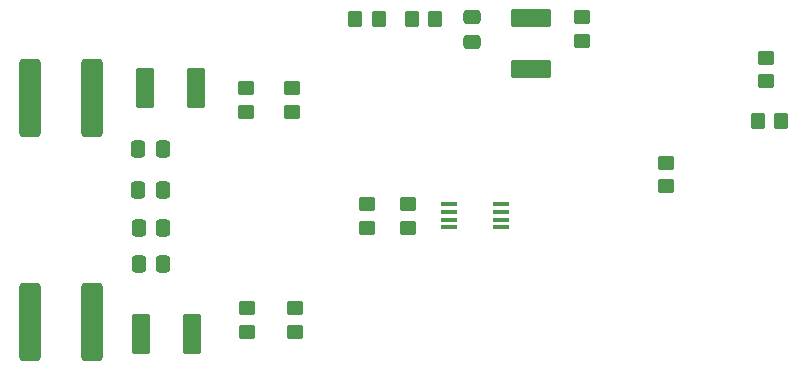
<source format=gtp>
%TF.GenerationSoftware,KiCad,Pcbnew,6.0.4-6f826c9f35~116~ubuntu20.04.1*%
%TF.CreationDate,2024-01-06T18:53:29+01:00*%
%TF.ProjectId,instrument_lowpass,696e7374-7275-46d6-956e-745f6c6f7770,rev?*%
%TF.SameCoordinates,Original*%
%TF.FileFunction,Paste,Top*%
%TF.FilePolarity,Positive*%
%FSLAX46Y46*%
G04 Gerber Fmt 4.6, Leading zero omitted, Abs format (unit mm)*
G04 Created by KiCad (PCBNEW 6.0.4-6f826c9f35~116~ubuntu20.04.1) date 2024-01-06 18:53:29*
%MOMM*%
%LPD*%
G01*
G04 APERTURE LIST*
G04 Aperture macros list*
%AMRoundRect*
0 Rectangle with rounded corners*
0 $1 Rounding radius*
0 $2 $3 $4 $5 $6 $7 $8 $9 X,Y pos of 4 corners*
0 Add a 4 corners polygon primitive as box body*
4,1,4,$2,$3,$4,$5,$6,$7,$8,$9,$2,$3,0*
0 Add four circle primitives for the rounded corners*
1,1,$1+$1,$2,$3*
1,1,$1+$1,$4,$5*
1,1,$1+$1,$6,$7*
1,1,$1+$1,$8,$9*
0 Add four rect primitives between the rounded corners*
20,1,$1+$1,$2,$3,$4,$5,0*
20,1,$1+$1,$4,$5,$6,$7,0*
20,1,$1+$1,$6,$7,$8,$9,0*
20,1,$1+$1,$8,$9,$2,$3,0*%
G04 Aperture macros list end*
%ADD10RoundRect,0.250000X-0.650000X-3.050000X0.650000X-3.050000X0.650000X3.050000X-0.650000X3.050000X0*%
%ADD11RoundRect,0.250000X0.450000X-0.350000X0.450000X0.350000X-0.450000X0.350000X-0.450000X-0.350000X0*%
%ADD12RoundRect,0.250000X-0.337500X-0.475000X0.337500X-0.475000X0.337500X0.475000X-0.337500X0.475000X0*%
%ADD13RoundRect,0.250000X-0.450000X0.350000X-0.450000X-0.350000X0.450000X-0.350000X0.450000X0.350000X0*%
%ADD14RoundRect,0.250000X-0.537500X-1.450000X0.537500X-1.450000X0.537500X1.450000X-0.537500X1.450000X0*%
%ADD15RoundRect,0.250000X-1.450000X0.537500X-1.450000X-0.537500X1.450000X-0.537500X1.450000X0.537500X0*%
%ADD16RoundRect,0.250000X0.350000X0.450000X-0.350000X0.450000X-0.350000X-0.450000X0.350000X-0.450000X0*%
%ADD17R,1.400000X0.450000*%
%ADD18RoundRect,0.250000X-0.475000X0.337500X-0.475000X-0.337500X0.475000X-0.337500X0.475000X0.337500X0*%
%ADD19RoundRect,0.250000X-0.350000X-0.450000X0.350000X-0.450000X0.350000X0.450000X-0.350000X0.450000X0*%
G04 APERTURE END LIST*
D10*
%TO.C,C6*%
X112075000Y-82000000D03*
X117325000Y-82000000D03*
%TD*%
D11*
%TO.C,R6*%
X144100000Y-74000000D03*
X144100000Y-72000000D03*
%TD*%
D10*
%TO.C,C2*%
X112075000Y-63000000D03*
X117325000Y-63000000D03*
%TD*%
D12*
%TO.C,C3*%
X121262500Y-67300000D03*
X123337500Y-67300000D03*
%TD*%
D13*
%TO.C,R1*%
X130400000Y-64200000D03*
X130400000Y-62200000D03*
%TD*%
D14*
%TO.C,C12*%
X121862500Y-62200000D03*
X126137500Y-62200000D03*
%TD*%
D15*
%TO.C,C10*%
X154500000Y-56262500D03*
X154500000Y-60537500D03*
%TD*%
D13*
%TO.C,R4*%
X134500000Y-82800000D03*
X134500000Y-80800000D03*
%TD*%
%TO.C,R8*%
X158800000Y-58200000D03*
X158800000Y-56200000D03*
%TD*%
D16*
%TO.C,R9*%
X141600000Y-56300000D03*
X139600000Y-56300000D03*
%TD*%
D13*
%TO.C,R11*%
X174400000Y-59600000D03*
X174400000Y-61600000D03*
%TD*%
D14*
%TO.C,C13*%
X125800000Y-83000000D03*
X121525000Y-83000000D03*
%TD*%
D17*
%TO.C,U2*%
X147600000Y-72025000D03*
X147600000Y-72675000D03*
X147600000Y-73325000D03*
X147600000Y-73975000D03*
X152000000Y-73975000D03*
X152000000Y-73325000D03*
X152000000Y-72675000D03*
X152000000Y-72025000D03*
%TD*%
D18*
%TO.C,C11*%
X149500000Y-58237500D03*
X149500000Y-56162500D03*
%TD*%
D11*
%TO.C,R5*%
X140600000Y-72000000D03*
X140600000Y-74000000D03*
%TD*%
D19*
%TO.C,R7*%
X144400000Y-56300000D03*
X146400000Y-56300000D03*
%TD*%
D13*
%TO.C,R3*%
X134300000Y-64200000D03*
X134300000Y-62200000D03*
%TD*%
%TO.C,R2*%
X130500000Y-82800000D03*
X130500000Y-80800000D03*
%TD*%
D12*
%TO.C,C4*%
X121262500Y-70800000D03*
X123337500Y-70800000D03*
%TD*%
D16*
%TO.C,R12*%
X175700000Y-65000000D03*
X173700000Y-65000000D03*
%TD*%
D13*
%TO.C,R10*%
X165900000Y-68500000D03*
X165900000Y-70500000D03*
%TD*%
D12*
%TO.C,C8*%
X121300000Y-74000000D03*
X123375000Y-74000000D03*
%TD*%
%TO.C,C7*%
X121300000Y-77100000D03*
X123375000Y-77100000D03*
%TD*%
M02*

</source>
